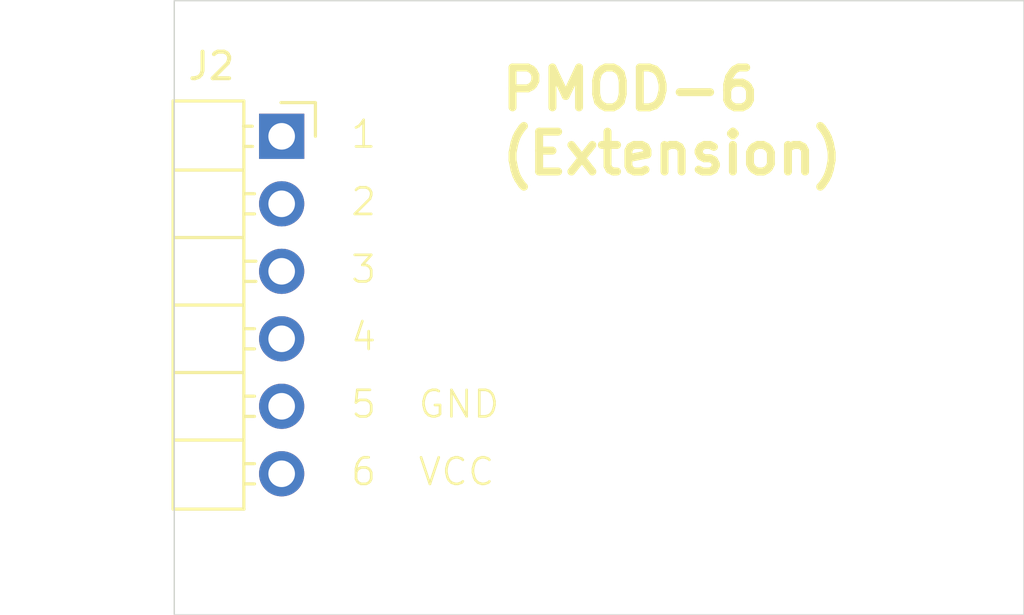
<source format=kicad_pcb>
(kicad_pcb (version 20240108) (generator "pcbnew") (generator_version "8.0")
  (layers (0 "F.Cu" signal) (31 "B.Cu" signal) (34 "B.Paste" user) (35 "F.Paste" user) (36 "B.SilkS" user "B.Silkscreen") (37 "F.SilkS" user "F.Silkscreen") (38 "B.Mask" user) (39 "F.Mask" user) (44 "Edge.Cuts" user))
  (net 0 "")
  (footprint "Connector_PinHeader_2.54mm:PinHeader_1x06_P2.54mm_Horizontal" (layer "F.Cu") (at 154.121 82.042)
    (property "Reference" "J2" (at -2.6416 -2.6416 0) (layer "F.SilkS"))
    (property "Value" "Conn_01x06_Pin")
    (fp_line (start -4.0824 1.27) (end -1.4224 1.27) (stroke (width 0.12)) (layer "F.SilkS"))
    (fp_line (start -4.0824 3.81) (end -1.4224 3.81) (stroke (width 0.12)) (layer "F.SilkS"))
    (fp_line (start -4.0824 6.35) (end -1.4224 6.35) (stroke (width 0.12)) (layer "F.SilkS"))
    (fp_line (start -4.0824 8.89) (end -1.4224 8.89) (stroke (width 0.12)) (layer "F.SilkS"))
    (fp_line (start -4.0824 11.43) (end -1.4224 11.43) (stroke (width 0.12)) (layer "F.SilkS"))
    (fp_line (start -4.0824 14.03) (end -4.0824 -1.33) (stroke (width 0.12)) (layer "F.SilkS"))
    (fp_line (start -4.0732 14.03) (end -1.4132 14.03) (stroke (width 0.12)) (layer "F.SilkS"))
    (fp_line (start -1.435 -0.38) (end -1.105 -0.38) (stroke (width 0.12)) (layer "F.SilkS"))
    (fp_line (start -1.4224 -1.33) (end -4.0824 -1.33) (stroke (width 0.12)) (layer "F.SilkS"))
    (fp_line (start -1.4224 -1.33) (end -1.4224 14.03) (stroke (width 0.12)) (layer "F.SilkS"))
    (fp_line (start -1.4224 0.38) (end -1.0924 0.38) (stroke (width 0.12)) (layer "F.SilkS"))
    (fp_line (start -1.417736 2.16) (end -1.020665 2.16) (stroke (width 0.12)) (layer "F.SilkS"))
    (fp_line (start -1.417736 2.92) (end -1.020665 2.92) (stroke (width 0.12)) (layer "F.SilkS"))
    (fp_line (start -1.417736 7.24) (end -1.020665 7.24) (stroke (width 0.12)) (layer "F.SilkS"))
    (fp_line (start -1.417736 8) (end -1.020665 8) (stroke (width 0.12)) (layer "F.SilkS"))
    (fp_line (start -1.417736 9.78) (end -1.020665 9.78) (stroke (width 0.12)) (layer "F.SilkS"))
    (fp_line (start -1.417736 10.54) (end -1.020665 10.54) (stroke (width 0.12)) (layer "F.SilkS"))
    (fp_line (start -1.417736 12.32) (end -1.020665 12.32) (stroke (width 0.12)) (layer "F.SilkS"))
    (fp_line (start -1.417736 13.08) (end -1.020665 13.08) (stroke (width 0.12)) (layer "F.SilkS"))
    (fp_line (start -1.366936 4.7) (end -0.969865 4.7) (stroke (width 0.12)) (layer "F.SilkS"))
    (fp_line (start -1.366936 5.46) (end -0.969865 5.46) (stroke (width 0.12)) (layer "F.SilkS"))
    (fp_line (start -0.0254 -1.27) (end 1.2446 -1.27) (stroke (width 0.12)) (layer "F.SilkS"))
    (fp_line (start 1.27 0) (end 1.27 -1.27) (stroke (width 0.12)) (layer "F.SilkS"))
    (pad "1" thru_hole rect (at 0 0) (size 1.7 1.7) (drill 1) (layers "*.Cu" "*.Mask"))
    (pad "2" thru_hole oval (at 0 2.54) (size 1.7 1.7) (drill 1) (layers "*.Cu" "*.Mask"))
    (pad "3" thru_hole oval (at 0 5.08) (size 1.7 1.7) (drill 1) (layers "*.Cu" "*.Mask"))
    (pad "4" thru_hole oval (at 0 7.62) (size 1.7 1.7) (drill 1) (layers "*.Cu" "*.Mask"))
    (pad "5" thru_hole oval (at 0 10.16) (size 1.7 1.7) (drill 1) (layers "*.Cu" "*.Mask"))
    (pad "6" thru_hole oval (at 0 12.7) (size 1.7 1.7) (drill 1) (layers "*.Cu" "*.Mask"))
  )
  (gr_rect (start 150.0824 76.9366) (end 182.0356 100.0506) (stroke (width 0.05)) (fill none) (layer "Edge.Cuts"))
  (gr_text "GND" (at 159.201 92.71 0) (layer "F.SilkS") (effects (font (size 1 1) (thickness 0.1)) (justify left bottom)))
  (gr_text "5" (at 156.661 92.71 0) (layer "F.SilkS") (effects (font (size 1 1) (thickness 0.1)) (justify left bottom)))
  (gr_text "4" (at 156.661 90.17 0) (layer "F.SilkS") (effects (font (size 1 1) (thickness 0.1)) (justify left bottom)))
  (gr_text "2" (at 156.661 85.09 0) (layer "F.SilkS") (effects (font (size 1 1) (thickness 0.1)) (justify left bottom)))
  (gr_text "3" (at 156.661 87.63 0) (layer "F.SilkS") (effects (font (size 1 1) (thickness 0.1)) (justify left bottom)))
  (gr_text "VCC" (at 159.201 95.25 0) (layer "F.SilkS") (effects (font (size 1 1) (thickness 0.1)) (justify left bottom)))
  (gr_text "6" (at 156.661 95.25 0) (layer "F.SilkS") (effects (font (size 1 1) (thickness 0.1)) (justify left bottom)))
  (gr_text "PMOD-6\n(Extension)" (at 162.249 83.566 0) (layer "F.SilkS") (effects (font (size 1.5 1.5) (thickness 0.3) (bold yes)) (justify left bottom)))
  (gr_text "1" (at 156.661 82.55 0) (layer "F.SilkS") (effects (font (size 1 1) (thickness 0.1)) (justify left bottom)))
)
</source>
